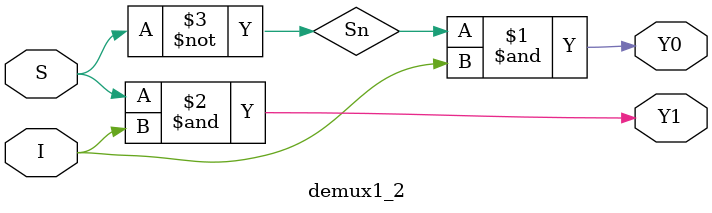
<source format=v>
module demux1_2(output Y0,Y1 ,input I,S);
  wire x,Sn;
  not(Sn,S);
  and(Y0,Sn,I);
  and(Y1,S,I);
endmodule

</source>
